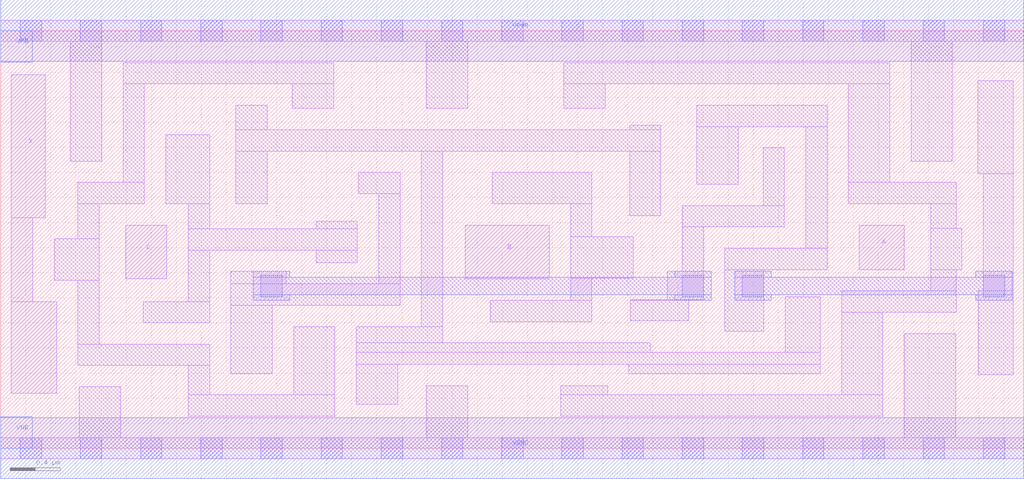
<source format=lef>
# Copyright 2020 The SkyWater PDK Authors
#
# Licensed under the Apache License, Version 2.0 (the "License");
# you may not use this file except in compliance with the License.
# You may obtain a copy of the License at
#
#     https://www.apache.org/licenses/LICENSE-2.0
#
# Unless required by applicable law or agreed to in writing, software
# distributed under the License is distributed on an "AS IS" BASIS,
# WITHOUT WARRANTIES OR CONDITIONS OF ANY KIND, either express or implied.
# See the License for the specific language governing permissions and
# limitations under the License.
#
# SPDX-License-Identifier: Apache-2.0

VERSION 5.5 ;
NAMESCASESENSITIVE ON ;
BUSBITCHARS "[]" ;
DIVIDERCHAR "/" ;
MACRO sky130_fd_sc_hs__xnor3_1
  CLASS CORE ;
  SOURCE USER ;
  ORIGIN  0.000000  0.000000 ;
  SIZE  8.160000 BY  3.330000 ;
  SYMMETRY X Y ;
  SITE unit ;
  PIN A
    ANTENNAGATEAREA  0.246000 ;
    DIRECTION INPUT ;
    USE SIGNAL ;
    PORT
      LAYER li1 ;
        RECT 6.845000 1.425000 7.205000 1.780000 ;
    END
  END A
  PIN B
    ANTENNAGATEAREA  0.693000 ;
    DIRECTION INPUT ;
    USE SIGNAL ;
    PORT
      LAYER li1 ;
        RECT 3.705000 1.350000 4.375000 1.780000 ;
    END
  END B
  PIN C
    ANTENNAGATEAREA  0.381000 ;
    DIRECTION INPUT ;
    USE SIGNAL ;
    PORT
      LAYER li1 ;
        RECT 0.995000 1.350000 1.325000 1.780000 ;
    END
  END C
  PIN X
    ANTENNADIFFAREA  0.530100 ;
    DIRECTION OUTPUT ;
    USE SIGNAL ;
    PORT
      LAYER li1 ;
        RECT 0.085000 0.440000 0.445000 1.170000 ;
        RECT 0.085000 1.170000 0.255000 1.840000 ;
        RECT 0.085000 1.840000 0.355000 2.980000 ;
    END
  END X
  PIN VGND
    DIRECTION INOUT ;
    USE GROUND ;
    PORT
      LAYER met1 ;
        RECT 0.000000 -0.245000 8.160000 0.245000 ;
    END
  END VGND
  PIN VNB
    DIRECTION INOUT ;
    USE GROUND ;
    PORT
      LAYER met1 ;
        RECT 0.000000 0.000000 0.250000 0.250000 ;
    END
  END VNB
  PIN VPB
    DIRECTION INOUT ;
    USE POWER ;
    PORT
      LAYER met1 ;
        RECT 0.000000 3.080000 0.250000 3.330000 ;
    END
  END VPB
  PIN VPWR
    DIRECTION INOUT ;
    USE POWER ;
    PORT
      LAYER met1 ;
        RECT 0.000000 3.085000 8.160000 3.575000 ;
    END
  END VPWR
  OBS
    LAYER li1 ;
      RECT 0.000000 -0.085000 8.160000 0.085000 ;
      RECT 0.000000  3.245000 8.160000 3.415000 ;
      RECT 0.425000  1.340000 0.785000 1.670000 ;
      RECT 0.555000  2.290000 0.805000 3.245000 ;
      RECT 0.615000  0.660000 1.665000 0.830000 ;
      RECT 0.615000  0.830000 0.785000 1.340000 ;
      RECT 0.615000  1.670000 0.785000 1.950000 ;
      RECT 0.615000  1.950000 1.145000 2.120000 ;
      RECT 0.625000  0.085000 0.955000 0.490000 ;
      RECT 0.975000  2.120000 1.145000 2.905000 ;
      RECT 0.975000  2.905000 2.655000 3.075000 ;
      RECT 1.135000  1.000000 1.665000 1.170000 ;
      RECT 1.315000  1.950000 1.665000 2.500000 ;
      RECT 1.495000  0.255000 2.665000 0.425000 ;
      RECT 1.495000  0.425000 1.665000 0.660000 ;
      RECT 1.495000  1.170000 1.665000 1.580000 ;
      RECT 1.495000  1.580000 2.845000 1.750000 ;
      RECT 1.495000  1.750000 1.665000 1.950000 ;
      RECT 1.835000  0.595000 2.165000 1.140000 ;
      RECT 1.835000  1.140000 3.185000 1.310000 ;
      RECT 1.835000  1.310000 2.275000 1.410000 ;
      RECT 1.875000  1.950000 2.125000 2.370000 ;
      RECT 1.875000  2.370000 5.265000 2.540000 ;
      RECT 1.875000  2.540000 2.125000 2.735000 ;
      RECT 2.325000  2.710000 2.655000 2.905000 ;
      RECT 2.335000  0.425000 2.665000 0.970000 ;
      RECT 2.515000  1.480000 2.845000 1.580000 ;
      RECT 2.515000  1.750000 2.845000 1.810000 ;
      RECT 2.835000  0.350000 3.165000 0.670000 ;
      RECT 2.835000  0.670000 6.535000 0.765000 ;
      RECT 2.835000  0.765000 5.180000 0.840000 ;
      RECT 2.835000  0.840000 3.525000 0.970000 ;
      RECT 2.850000  2.030000 3.185000 2.200000 ;
      RECT 3.015000  1.310000 3.185000 2.030000 ;
      RECT 3.355000  0.970000 3.525000 2.370000 ;
      RECT 3.395000  0.085000 3.725000 0.500000 ;
      RECT 3.395000  2.710000 3.725000 3.245000 ;
      RECT 3.905000  1.010000 4.715000 1.180000 ;
      RECT 3.920000  1.950000 4.715000 2.200000 ;
      RECT 4.465000  0.255000 7.035000 0.425000 ;
      RECT 4.465000  0.425000 4.840000 0.500000 ;
      RECT 4.490000  2.710000 4.820000 2.905000 ;
      RECT 4.490000  2.905000 7.090000 3.075000 ;
      RECT 4.545000  1.180000 4.715000 1.355000 ;
      RECT 4.545000  1.355000 5.045000 1.685000 ;
      RECT 4.545000  1.685000 4.715000 1.950000 ;
      RECT 5.010000  0.595000 6.535000 0.670000 ;
      RECT 5.015000  1.855000 5.265000 2.370000 ;
      RECT 5.015000  2.540000 5.265000 2.575000 ;
      RECT 5.020000  1.015000 5.485000 1.180000 ;
      RECT 5.020000  1.180000 5.605000 1.185000 ;
      RECT 5.315000  1.185000 5.605000 1.410000 ;
      RECT 5.435000  1.410000 5.605000 1.765000 ;
      RECT 5.435000  1.765000 6.250000 1.935000 ;
      RECT 5.550000  2.105000 5.880000 2.565000 ;
      RECT 5.550000  2.565000 6.590000 2.735000 ;
      RECT 5.775000  0.935000 6.085000 1.425000 ;
      RECT 5.775000  1.425000 6.590000 1.595000 ;
      RECT 6.080000  1.935000 6.250000 2.395000 ;
      RECT 6.255000  0.765000 6.535000 1.210000 ;
      RECT 6.420000  1.595000 6.590000 2.565000 ;
      RECT 6.705000  0.425000 7.035000 1.085000 ;
      RECT 6.705000  1.085000 7.620000 1.255000 ;
      RECT 6.760000  1.950000 7.620000 2.120000 ;
      RECT 6.760000  2.120000 7.090000 2.905000 ;
      RECT 7.205000  0.085000 7.615000 0.915000 ;
      RECT 7.260000  2.290000 7.590000 3.245000 ;
      RECT 7.415000  1.255000 7.620000 1.425000 ;
      RECT 7.415000  1.425000 7.665000 1.755000 ;
      RECT 7.415000  1.755000 7.620000 1.950000 ;
      RECT 7.790000  2.190000 8.075000 2.930000 ;
      RECT 7.795000  0.585000 8.075000 1.255000 ;
      RECT 7.835000  1.255000 8.075000 2.190000 ;
    LAYER mcon ;
      RECT 0.155000 -0.085000 0.325000 0.085000 ;
      RECT 0.155000  3.245000 0.325000 3.415000 ;
      RECT 0.635000 -0.085000 0.805000 0.085000 ;
      RECT 0.635000  3.245000 0.805000 3.415000 ;
      RECT 1.115000 -0.085000 1.285000 0.085000 ;
      RECT 1.115000  3.245000 1.285000 3.415000 ;
      RECT 1.595000 -0.085000 1.765000 0.085000 ;
      RECT 1.595000  3.245000 1.765000 3.415000 ;
      RECT 2.075000 -0.085000 2.245000 0.085000 ;
      RECT 2.075000  1.210000 2.245000 1.380000 ;
      RECT 2.075000  3.245000 2.245000 3.415000 ;
      RECT 2.555000 -0.085000 2.725000 0.085000 ;
      RECT 2.555000  3.245000 2.725000 3.415000 ;
      RECT 3.035000 -0.085000 3.205000 0.085000 ;
      RECT 3.035000  3.245000 3.205000 3.415000 ;
      RECT 3.515000 -0.085000 3.685000 0.085000 ;
      RECT 3.515000  3.245000 3.685000 3.415000 ;
      RECT 3.995000 -0.085000 4.165000 0.085000 ;
      RECT 3.995000  3.245000 4.165000 3.415000 ;
      RECT 4.475000 -0.085000 4.645000 0.085000 ;
      RECT 4.475000  3.245000 4.645000 3.415000 ;
      RECT 4.955000 -0.085000 5.125000 0.085000 ;
      RECT 4.955000  3.245000 5.125000 3.415000 ;
      RECT 5.435000 -0.085000 5.605000 0.085000 ;
      RECT 5.435000  1.210000 5.605000 1.380000 ;
      RECT 5.435000  3.245000 5.605000 3.415000 ;
      RECT 5.915000 -0.085000 6.085000 0.085000 ;
      RECT 5.915000  1.210000 6.085000 1.380000 ;
      RECT 5.915000  3.245000 6.085000 3.415000 ;
      RECT 6.395000 -0.085000 6.565000 0.085000 ;
      RECT 6.395000  3.245000 6.565000 3.415000 ;
      RECT 6.875000 -0.085000 7.045000 0.085000 ;
      RECT 6.875000  3.245000 7.045000 3.415000 ;
      RECT 7.355000 -0.085000 7.525000 0.085000 ;
      RECT 7.355000  3.245000 7.525000 3.415000 ;
      RECT 7.835000 -0.085000 8.005000 0.085000 ;
      RECT 7.835000  1.210000 8.005000 1.380000 ;
      RECT 7.835000  3.245000 8.005000 3.415000 ;
    LAYER met1 ;
      RECT 2.015000 1.180000 2.305000 1.225000 ;
      RECT 2.015000 1.225000 5.665000 1.365000 ;
      RECT 2.015000 1.365000 2.305000 1.410000 ;
      RECT 5.375000 1.180000 5.665000 1.225000 ;
      RECT 5.375000 1.365000 5.665000 1.410000 ;
      RECT 5.855000 1.180000 6.145000 1.225000 ;
      RECT 5.855000 1.225000 8.065000 1.365000 ;
      RECT 5.855000 1.365000 6.145000 1.410000 ;
      RECT 7.775000 1.180000 8.065000 1.225000 ;
      RECT 7.775000 1.365000 8.065000 1.410000 ;
  END
END sky130_fd_sc_hs__xnor3_1
END LIBRARY

</source>
